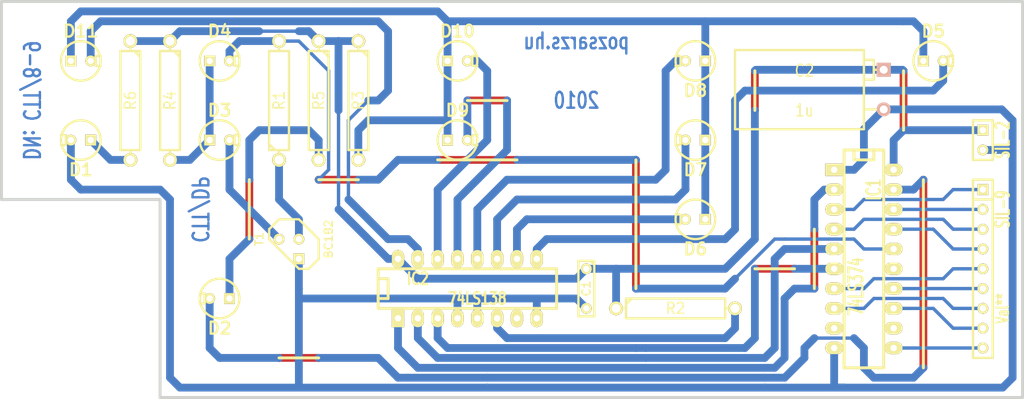
<source format=kicad_pcb>
(kicad_pcb (version 4) (host pcbnew 4.0.5+dfsg1-4+deb9u1)

  (general
    (links 43)
    (no_connects 1)
    (area 86.169499 74.739499 217.360501 125.920501)
    (thickness 1.6)
    (drawings 22)
    (tracks 277)
    (zones 0)
    (modules 24)
    (nets 22)
  )

  (page A4)
  (title_block
    (title "CTT Transistor tester - CTT/DP Display unit")
    (date "24 dec 2010")
    (rev 1.0)
    (company "Pozsar Zsolt")
    (comment 1 "Draw number: CTT/8-9")
  )

  (layers
    (0 F.Cu signal)
    (31 B.Cu signal)
    (32 B.Adhes user)
    (33 F.Adhes user)
    (34 B.Paste user)
    (35 F.Paste user)
    (36 B.SilkS user)
    (37 F.SilkS user)
    (38 B.Mask user)
    (39 F.Mask user)
    (40 Dwgs.User user)
    (41 Cmts.User user)
    (42 Eco1.User user)
    (43 Eco2.User user)
    (44 Edge.Cuts user)
    (45 Margin user)
    (46 B.CrtYd user)
    (47 F.CrtYd user)
    (48 B.Fab user)
    (49 F.Fab user)
  )

  (setup
    (last_trace_width 1.00076)
    (trace_clearance 0)
    (zone_clearance 0.381)
    (zone_45_only no)
    (trace_min 0.2)
    (segment_width 0.381)
    (edge_width 0.381)
    (via_size 1.00076)
    (via_drill 0)
    (via_min_size 0.4)
    (via_min_drill 0.3)
    (uvia_size 0.3)
    (uvia_drill 0.1)
    (uvias_allowed no)
    (uvia_min_size 0.2)
    (uvia_min_drill 0.1)
    (pcb_text_width 0.3048)
    (pcb_text_size 1.524 2.032)
    (mod_edge_width 0.381)
    (mod_text_size 1.524 1.524)
    (mod_text_width 0.3048)
    (pad_size 1.524 1.524)
    (pad_drill 0.8128)
    (pad_to_mask_clearance 0.2)
    (aux_axis_origin 0 0)
    (visible_elements 7FFFFFFF)
    (pcbplotparams
      (layerselection 0x010e0_80000001)
      (usegerberextensions false)
      (excludeedgelayer false)
      (linewidth 0.100000)
      (plotframeref false)
      (viasonmask false)
      (mode 1)
      (useauxorigin false)
      (hpglpennumber 1)
      (hpglpenspeed 20)
      (hpglpendiameter 15)
      (hpglpenoverlay 2)
      (psnegative false)
      (psa4output false)
      (plotreference true)
      (plotvalue false)
      (plotinvisibletext false)
      (padsonsilk false)
      (subtractmaskfromsilk false)
      (outputformat 1)
      (mirror false)
      (drillshape 0)
      (scaleselection 1)
      (outputdirectory ""))
  )

  (net 0 "")
  (net 1 N-000019)
  (net 2 N-000010)
  (net 3 N-000020)
  (net 4 GND)
  (net 5 N-000006)
  (net 6 N-000018)
  (net 7 N-000012)
  (net 8 N-000017)
  (net 9 N-000013)
  (net 10 N-000016)
  (net 11 N-000014)
  (net 12 N-000015)
  (net 13 +5V)
  (net 14 N-000008)
  (net 15 N-000023)
  (net 16 N-000011)
  (net 17 N-000021)
  (net 18 N-000022)
  (net 19 N-000009)
  (net 20 N-000005)
  (net 21 N-000007)

  (net_class Default "This is the default net class."
    (clearance 0)
    (trace_width 1.00076)
    (via_dia 1.00076)
    (via_drill 0)
    (uvia_dia 0.3)
    (uvia_drill 0.1)
    (add_net +5V)
    (add_net GND)
    (add_net N-000005)
    (add_net N-000006)
    (add_net N-000007)
    (add_net N-000008)
    (add_net N-000009)
    (add_net N-000010)
    (add_net N-000011)
    (add_net N-000012)
    (add_net N-000013)
    (add_net N-000014)
    (add_net N-000015)
    (add_net N-000016)
    (add_net N-000017)
    (add_net N-000018)
    (add_net N-000019)
    (add_net N-000020)
    (add_net N-000021)
    (add_net N-000022)
    (add_net N-000023)
  )

  (module 16DIP-ELL300 (layer F.Cu) (tedit 200000) (tstamp 4C9494B6)
    (at 146.05 111.76)
    (descr "Module Dil 16 pins, pads elliptiques")
    (tags DIL)
    (fp_text reference IC2 (at -6.35 -1.27) (layer F.SilkS)
      (effects (font (size 1.524 1.143) (thickness 0.3048)))
    )
    (fp_text value 74LS138 (at 1.27 1.27) (layer F.SilkS)
      (effects (font (size 1.524 1.143) (thickness 0.3048)))
    )
    (fp_line (start -11.43 -1.27) (end -11.43 -1.27) (layer F.SilkS) (width 0.381))
    (fp_line (start -11.43 -1.27) (end -10.16 -1.27) (layer F.SilkS) (width 0.381))
    (fp_line (start -10.16 -1.27) (end -10.16 1.27) (layer F.SilkS) (width 0.381))
    (fp_line (start -10.16 1.27) (end -11.43 1.27) (layer F.SilkS) (width 0.381))
    (fp_line (start -11.43 -2.54) (end 11.43 -2.54) (layer F.SilkS) (width 0.381))
    (fp_line (start 11.43 -2.54) (end 11.43 2.54) (layer F.SilkS) (width 0.381))
    (fp_line (start 11.43 2.54) (end -11.43 2.54) (layer F.SilkS) (width 0.381))
    (fp_line (start -11.43 2.54) (end -11.43 -2.54) (layer F.SilkS) (width 0.381))
    (pad 1 thru_hole rect (at -8.89 3.81) (size 1.5748 2.286) (drill 0.8128) (layers *.Cu *.Mask F.SilkS)
      (net 1 N-000019))
    (pad 2 thru_hole oval (at -6.35 3.81) (size 1.5748 2.286) (drill 0.8128) (layers *.Cu *.Mask F.SilkS)
      (net 2 N-000010))
    (pad 3 thru_hole oval (at -3.81 3.81) (size 1.5748 2.286) (drill 0.8128) (layers *.Cu *.Mask F.SilkS)
      (net 3 N-000020))
    (pad 4 thru_hole oval (at -1.27 3.81) (size 1.5748 2.286) (drill 0.8128) (layers *.Cu *.Mask F.SilkS)
      (net 4 GND))
    (pad 5 thru_hole oval (at 1.27 3.81) (size 1.5748 2.286) (drill 0.8128) (layers *.Cu *.Mask F.SilkS)
      (net 4 GND))
    (pad 6 thru_hole oval (at 3.81 3.81) (size 1.5748 2.286) (drill 0.8128) (layers *.Cu *.Mask F.SilkS)
      (net 5 N-000006))
    (pad 7 thru_hole oval (at 6.35 3.81) (size 1.5748 2.286) (drill 0.8128) (layers *.Cu *.Mask F.SilkS))
    (pad 8 thru_hole oval (at 8.89 3.81) (size 1.5748 2.286) (drill 0.8128) (layers *.Cu *.Mask F.SilkS)
      (net 4 GND))
    (pad 9 thru_hole oval (at 8.89 -3.81) (size 1.5748 2.286) (drill 0.8128) (layers *.Cu *.Mask F.SilkS)
      (net 6 N-000018))
    (pad 10 thru_hole oval (at 6.35 -3.81) (size 1.5748 2.286) (drill 0.8128) (layers *.Cu *.Mask F.SilkS)
      (net 7 N-000012))
    (pad 11 thru_hole oval (at 3.81 -3.81) (size 1.5748 2.286) (drill 0.8128) (layers *.Cu *.Mask F.SilkS)
      (net 8 N-000017))
    (pad 12 thru_hole oval (at 1.27 -3.81) (size 1.5748 2.286) (drill 0.8128) (layers *.Cu *.Mask F.SilkS)
      (net 9 N-000013))
    (pad 13 thru_hole oval (at -1.27 -3.81) (size 1.5748 2.286) (drill 0.8128) (layers *.Cu *.Mask F.SilkS)
      (net 10 N-000016))
    (pad 14 thru_hole oval (at -3.81 -3.81) (size 1.5748 2.286) (drill 0.8128) (layers *.Cu *.Mask F.SilkS)
      (net 11 N-000014))
    (pad 15 thru_hole oval (at -6.35 -3.81) (size 1.5748 2.286) (drill 0.8128) (layers *.Cu *.Mask F.SilkS)
      (net 12 N-000015))
    (pad 16 thru_hole oval (at -8.89 -3.81) (size 1.5748 2.286) (drill 0.8128) (layers *.Cu *.Mask F.SilkS)
      (net 13 +5V))
    (model dil/dil_16.wrl
      (at (xyz 0 0 0))
      (scale (xyz 1 1 1))
      (rotate (xyz 0 0 0))
    )
  )

  (module 20DIP-ELL300 (layer F.Cu) (tedit 200000) (tstamp 4C9494A6)
    (at 196.85 107.95 270)
    (descr "Module Dil 20 pins, pads elliptiques")
    (tags DIL)
    (fp_text reference IC1 (at -8.89 -1.27 270) (layer F.SilkS)
      (effects (font (size 1.778 1.143) (thickness 0.3048)))
    )
    (fp_text value 74LS374 (at 3.556 1.016 270) (layer F.SilkS)
      (effects (font (size 1.778 1.143) (thickness 0.3048)))
    )
    (fp_line (start -13.97 -1.27) (end -12.7 -1.27) (layer F.SilkS) (width 0.381))
    (fp_line (start -12.7 -1.27) (end -12.7 1.27) (layer F.SilkS) (width 0.381))
    (fp_line (start -12.7 1.27) (end -13.97 1.27) (layer F.SilkS) (width 0.381))
    (fp_line (start -13.97 -2.54) (end 13.97 -2.54) (layer F.SilkS) (width 0.381))
    (fp_line (start 13.97 -2.54) (end 13.97 2.54) (layer F.SilkS) (width 0.381))
    (fp_line (start 13.97 2.54) (end -13.97 2.54) (layer F.SilkS) (width 0.381))
    (fp_line (start -13.97 2.54) (end -13.97 -2.54) (layer F.SilkS) (width 0.381))
    (pad 1 thru_hole rect (at -11.43 3.81 270) (size 1.5748 2.286) (drill 0.8128) (layers *.Cu *.Mask F.SilkS)
      (net 4 GND))
    (pad 2 thru_hole oval (at -8.89 3.81 270) (size 1.5748 2.286) (drill 0.8128) (layers *.Cu *.Mask F.SilkS)
      (net 1 N-000019))
    (pad 3 thru_hole oval (at -6.35 3.81 270) (size 1.5748 2.286) (drill 0.8128) (layers *.Cu *.Mask F.SilkS))
    (pad 4 thru_hole oval (at -3.81 3.81 270) (size 1.5748 2.286) (drill 0.8128) (layers *.Cu *.Mask F.SilkS))
    (pad 5 thru_hole oval (at -1.27 3.81 270) (size 1.5748 2.286) (drill 0.8128) (layers *.Cu *.Mask F.SilkS)
      (net 2 N-000010))
    (pad 6 thru_hole oval (at 1.27 3.81 270) (size 1.5748 2.286) (drill 0.8128) (layers *.Cu *.Mask F.SilkS)
      (net 3 N-000020))
    (pad 7 thru_hole oval (at 3.81 3.81 270) (size 1.5748 2.286) (drill 0.8128) (layers *.Cu *.Mask F.SilkS))
    (pad 8 thru_hole oval (at 6.35 3.81 270) (size 1.5748 2.286) (drill 0.8128) (layers *.Cu *.Mask F.SilkS))
    (pad 9 thru_hole oval (at 8.89 3.81 270) (size 1.5748 2.286) (drill 0.8128) (layers *.Cu *.Mask F.SilkS))
    (pad 10 thru_hole oval (at 11.43 3.81 270) (size 1.5748 2.286) (drill 0.8128) (layers *.Cu *.Mask F.SilkS)
      (net 4 GND))
    (pad 11 thru_hole oval (at 11.43 -3.81 270) (size 1.5748 2.286) (drill 0.8128) (layers *.Cu *.Mask F.SilkS))
    (pad 12 thru_hole oval (at 8.89 -3.81 270) (size 1.5748 2.286) (drill 0.8128) (layers *.Cu *.Mask F.SilkS))
    (pad 13 thru_hole oval (at 6.35 -3.81 270) (size 1.5748 2.286) (drill 0.8128) (layers *.Cu *.Mask F.SilkS))
    (pad 14 thru_hole oval (at 3.81 -3.81 270) (size 1.5748 2.286) (drill 0.8128) (layers *.Cu *.Mask F.SilkS))
    (pad 15 thru_hole oval (at 1.27 -3.81 270) (size 1.5748 2.286) (drill 0.8128) (layers *.Cu *.Mask F.SilkS))
    (pad 16 thru_hole oval (at -1.27 -3.81 270) (size 1.5748 2.286) (drill 0.8128) (layers *.Cu *.Mask F.SilkS)
      (net 14 N-000008))
    (pad 17 thru_hole oval (at -3.81 -3.81 270) (size 1.5748 2.286) (drill 0.8128) (layers *.Cu *.Mask F.SilkS))
    (pad 18 thru_hole oval (at -6.35 -3.81 270) (size 1.5748 2.286) (drill 0.8128) (layers *.Cu *.Mask F.SilkS))
    (pad 19 thru_hole oval (at -8.89 -3.81 270) (size 1.5748 2.286) (drill 0.8128) (layers *.Cu *.Mask F.SilkS)
      (net 15 N-000023))
    (pad 20 thru_hole oval (at -11.43 -3.81 270) (size 1.5748 2.286) (drill 0.8128) (layers *.Cu *.Mask F.SilkS)
      (net 13 +5V))
    (model dil/dil_20.wrl
      (at (xyz 0 0 0))
      (scale (xyz 1 1 1))
      (rotate (xyz 0 0 0))
    )
  )

  (module C2 (layer F.Cu) (tedit 200000) (tstamp 4C9497A9)
    (at 161.29 111.76 270)
    (descr "Condensateur = 2 pas")
    (tags C)
    (fp_text reference C1 (at 0 0 270) (layer F.SilkS)
      (effects (font (size 1.016 1.016) (thickness 0.2032)))
    )
    (fp_text value 33n (at 0 0 270) (layer F.SilkS) hide
      (effects (font (size 1.016 1.016) (thickness 0.2032)))
    )
    (fp_line (start -3.556 -1.016) (end 3.556 -1.016) (layer F.SilkS) (width 0.3048))
    (fp_line (start 3.556 -1.016) (end 3.556 1.016) (layer F.SilkS) (width 0.3048))
    (fp_line (start 3.556 1.016) (end -3.556 1.016) (layer F.SilkS) (width 0.3048))
    (fp_line (start -3.556 1.016) (end -3.556 -1.016) (layer F.SilkS) (width 0.3048))
    (fp_line (start -3.556 -0.508) (end -3.048 -1.016) (layer F.SilkS) (width 0.3048))
    (pad 1 thru_hole circle (at -2.54 0 270) (size 1.397 1.397) (drill 0.8128) (layers *.Cu *.Mask F.SilkS)
      (net 13 +5V))
    (pad 2 thru_hole circle (at 2.54 0 270) (size 1.397 1.397) (drill 0.8128) (layers *.Cu *.Mask F.SilkS)
      (net 4 GND))
    (model discret/capa_2pas_5x5mm.wrl
      (at (xyz 0 0 0))
      (scale (xyz 1 1 1))
      (rotate (xyz 0 0 0))
    )
  )

  (module CPR10X16 (layer F.Cu) (tedit 416BBCDD) (tstamp 4C9497B8)
    (at 199.39 86.36)
    (descr "Condensateur polarise couche")
    (tags CP)
    (fp_text reference C2 (at -10.16 -2.54) (layer F.SilkS)
      (effects (font (size 1.524 1.27) (thickness 0.2032)))
    )
    (fp_text value 1u (at -10.16 2.54) (layer F.SilkS)
      (effects (font (size 1.524 1.27) (thickness 0.2032)))
    )
    (fp_line (start -2.54 -5.207) (end -19.05 -5.207) (layer F.SilkS) (width 0.3048))
    (fp_line (start -19.05 -5.207) (end -19.05 4.953) (layer F.SilkS) (width 0.3048))
    (fp_line (start -19.05 4.953) (end -2.54 4.953) (layer F.SilkS) (width 0.3048))
    (fp_line (start -2.54 4.953) (end -2.54 -5.207) (layer F.SilkS) (width 0.3048))
    (fp_line (start -2.54 -3.937) (end -1.27 -3.937) (layer F.SilkS) (width 0.3048))
    (fp_line (start -1.27 -3.937) (end -1.27 -1.397) (layer F.SilkS) (width 0.3048))
    (fp_line (start -1.27 -1.397) (end -2.54 -1.397) (layer F.SilkS) (width 0.3048))
    (fp_line (start -1.27 -2.667) (end 0 -2.667) (layer F.SilkS) (width 0.3048))
    (fp_line (start -2.54 2.413) (end 0 2.413) (layer F.SilkS) (width 0.3048))
    (pad 1 thru_hole rect (at 0 -2.667) (size 1.778 1.778) (drill 1.016) (layers *.Cu *.SilkS *.Mask)
      (net 13 +5V))
    (pad 2 thru_hole circle (at 0 2.413) (size 1.778 1.778) (drill 1.016) (layers *.Cu *.SilkS *.Mask)
      (net 4 GND))
    (model discret/c_horiz_c2v10.wrl
      (at (xyz 0 0 0))
      (scale (xyz 1 1 1))
      (rotate (xyz 0 0 0))
    )
  )

  (module LEDV (layer F.Cu) (tedit 200000) (tstamp 4C94951C)
    (at 96.52 82.55)
    (descr "Led verticale diam 6mm")
    (tags "LED DEV")
    (fp_text reference D11 (at 0 -3.81) (layer F.SilkS)
      (effects (font (thickness 0.3048)))
    )
    (fp_text value LED (at 0 -3.81) (layer F.SilkS) hide
      (effects (font (thickness 0.3048)))
    )
    (fp_circle (center 0 0) (end -2.54 0) (layer F.SilkS) (width 0.3048))
    (fp_line (start 2.54 -0.635) (end 1.905 -0.635) (layer F.SilkS) (width 0.3048))
    (fp_line (start 1.905 -0.635) (end 1.905 0.635) (layer F.SilkS) (width 0.3048))
    (fp_line (start 1.905 0.635) (end 2.54 0.635) (layer F.SilkS) (width 0.3048))
    (pad 1 thru_hole rect (at -1.27 0) (size 1.397 1.397) (drill 0.8128) (layers *.Cu *.Mask F.SilkS)
      (net 16 N-000011))
    (pad 2 thru_hole circle (at 1.27 0) (size 1.397 1.397) (drill 0.8128) (layers *.Cu *.Mask F.SilkS)
      (net 12 N-000015))
    (model discret/led5_vertical.wrl
      (at (xyz 0 0 0))
      (scale (xyz 1 1 1))
      (rotate (xyz 0 0 0))
    )
  )

  (module LEDV (layer F.Cu) (tedit 200000) (tstamp 4C94951D)
    (at 144.78 82.55)
    (descr "Led verticale diam 6mm")
    (tags "LED DEV")
    (fp_text reference D10 (at 0 -3.81) (layer F.SilkS)
      (effects (font (thickness 0.3048)))
    )
    (fp_text value LED (at 0 -3.81) (layer F.SilkS) hide
      (effects (font (thickness 0.3048)))
    )
    (fp_circle (center 0 0) (end -2.54 0) (layer F.SilkS) (width 0.3048))
    (fp_line (start 2.54 -0.635) (end 1.905 -0.635) (layer F.SilkS) (width 0.3048))
    (fp_line (start 1.905 -0.635) (end 1.905 0.635) (layer F.SilkS) (width 0.3048))
    (fp_line (start 1.905 0.635) (end 2.54 0.635) (layer F.SilkS) (width 0.3048))
    (pad 1 thru_hole rect (at -1.27 0) (size 1.397 1.397) (drill 0.8128) (layers *.Cu *.Mask F.SilkS)
      (net 16 N-000011))
    (pad 2 thru_hole circle (at 1.27 0) (size 1.397 1.397) (drill 0.8128) (layers *.Cu *.Mask F.SilkS)
      (net 11 N-000014))
    (model discret/led5_vertical.wrl
      (at (xyz 0 0 0))
      (scale (xyz 1 1 1))
      (rotate (xyz 0 0 0))
    )
  )

  (module LEDV (layer F.Cu) (tedit 200000) (tstamp 4C949511)
    (at 144.78 92.71)
    (descr "Led verticale diam 6mm")
    (tags "LED DEV")
    (fp_text reference D9 (at 0 -3.81) (layer F.SilkS)
      (effects (font (thickness 0.3048)))
    )
    (fp_text value LED (at 0 -3.81) (layer F.SilkS) hide
      (effects (font (thickness 0.3048)))
    )
    (fp_circle (center 0 0) (end -2.54 0) (layer F.SilkS) (width 0.3048))
    (fp_line (start 2.54 -0.635) (end 1.905 -0.635) (layer F.SilkS) (width 0.3048))
    (fp_line (start 1.905 -0.635) (end 1.905 0.635) (layer F.SilkS) (width 0.3048))
    (fp_line (start 1.905 0.635) (end 2.54 0.635) (layer F.SilkS) (width 0.3048))
    (pad 1 thru_hole rect (at -1.27 0) (size 1.397 1.397) (drill 0.8128) (layers *.Cu *.Mask F.SilkS)
      (net 16 N-000011))
    (pad 2 thru_hole circle (at 1.27 0) (size 1.397 1.397) (drill 0.8128) (layers *.Cu *.Mask F.SilkS)
      (net 10 N-000016))
    (model discret/led5_vertical.wrl
      (at (xyz 0 0 0))
      (scale (xyz 1 1 1))
      (rotate (xyz 0 0 0))
    )
  )

  (module LEDV (layer F.Cu) (tedit 200000) (tstamp 4C9494F2)
    (at 175.26 82.55 180)
    (descr "Led verticale diam 6mm")
    (tags "LED DEV")
    (fp_text reference D8 (at 0 -3.81 180) (layer F.SilkS)
      (effects (font (thickness 0.3048)))
    )
    (fp_text value LED (at 0 -3.81 180) (layer F.SilkS) hide
      (effects (font (thickness 0.3048)))
    )
    (fp_circle (center 0 0) (end -2.54 0) (layer F.SilkS) (width 0.3048))
    (fp_line (start 2.54 -0.635) (end 1.905 -0.635) (layer F.SilkS) (width 0.3048))
    (fp_line (start 1.905 -0.635) (end 1.905 0.635) (layer F.SilkS) (width 0.3048))
    (fp_line (start 1.905 0.635) (end 2.54 0.635) (layer F.SilkS) (width 0.3048))
    (pad 1 thru_hole rect (at -1.27 0 180) (size 1.397 1.397) (drill 0.8128) (layers *.Cu *.Mask F.SilkS)
      (net 16 N-000011))
    (pad 2 thru_hole circle (at 1.27 0 180) (size 1.397 1.397) (drill 0.8128) (layers *.Cu *.Mask F.SilkS)
      (net 9 N-000013))
    (model discret/led5_vertical.wrl
      (at (xyz 0 0 0))
      (scale (xyz 1 1 1))
      (rotate (xyz 0 0 0))
    )
  )

  (module LEDV (layer F.Cu) (tedit 200000) (tstamp 4C949510)
    (at 175.26 92.71 180)
    (descr "Led verticale diam 6mm")
    (tags "LED DEV")
    (fp_text reference D7 (at 0 -3.81 180) (layer F.SilkS)
      (effects (font (thickness 0.3048)))
    )
    (fp_text value LED (at 0 -3.81 180) (layer F.SilkS) hide
      (effects (font (thickness 0.3048)))
    )
    (fp_circle (center 0 0) (end -2.54 0) (layer F.SilkS) (width 0.3048))
    (fp_line (start 2.54 -0.635) (end 1.905 -0.635) (layer F.SilkS) (width 0.3048))
    (fp_line (start 1.905 -0.635) (end 1.905 0.635) (layer F.SilkS) (width 0.3048))
    (fp_line (start 1.905 0.635) (end 2.54 0.635) (layer F.SilkS) (width 0.3048))
    (pad 1 thru_hole rect (at -1.27 0 180) (size 1.397 1.397) (drill 0.8128) (layers *.Cu *.Mask F.SilkS)
      (net 16 N-000011))
    (pad 2 thru_hole circle (at 1.27 0 180) (size 1.397 1.397) (drill 0.8128) (layers *.Cu *.Mask F.SilkS)
      (net 8 N-000017))
    (model discret/led5_vertical.wrl
      (at (xyz 0 0 0))
      (scale (xyz 1 1 1))
      (rotate (xyz 0 0 0))
    )
  )

  (module LEDV (layer F.Cu) (tedit 200000) (tstamp 4C949518)
    (at 175.26 102.87 180)
    (descr "Led verticale diam 6mm")
    (tags "LED DEV")
    (fp_text reference D6 (at 0 -3.81 180) (layer F.SilkS)
      (effects (font (thickness 0.3048)))
    )
    (fp_text value LED (at 0 -3.81 180) (layer F.SilkS) hide
      (effects (font (thickness 0.3048)))
    )
    (fp_circle (center 0 0) (end -2.54 0) (layer F.SilkS) (width 0.3048))
    (fp_line (start 2.54 -0.635) (end 1.905 -0.635) (layer F.SilkS) (width 0.3048))
    (fp_line (start 1.905 -0.635) (end 1.905 0.635) (layer F.SilkS) (width 0.3048))
    (fp_line (start 1.905 0.635) (end 2.54 0.635) (layer F.SilkS) (width 0.3048))
    (pad 1 thru_hole rect (at -1.27 0 180) (size 1.397 1.397) (drill 0.8128) (layers *.Cu *.Mask F.SilkS)
      (net 16 N-000011))
    (pad 2 thru_hole circle (at 1.27 0 180) (size 1.397 1.397) (drill 0.8128) (layers *.Cu *.Mask F.SilkS)
      (net 7 N-000012))
    (model discret/led5_vertical.wrl
      (at (xyz 0 0 0))
      (scale (xyz 1 1 1))
      (rotate (xyz 0 0 0))
    )
  )

  (module LEDV (layer F.Cu) (tedit 200000) (tstamp 4C9494EF)
    (at 205.74 82.55)
    (descr "Led verticale diam 6mm")
    (tags "LED DEV")
    (fp_text reference D5 (at 0 -3.81) (layer F.SilkS)
      (effects (font (thickness 0.3048)))
    )
    (fp_text value LED (at 0 -3.81) (layer F.SilkS) hide
      (effects (font (thickness 0.3048)))
    )
    (fp_circle (center 0 0) (end -2.54 0) (layer F.SilkS) (width 0.3048))
    (fp_line (start 2.54 -0.635) (end 1.905 -0.635) (layer F.SilkS) (width 0.3048))
    (fp_line (start 1.905 -0.635) (end 1.905 0.635) (layer F.SilkS) (width 0.3048))
    (fp_line (start 1.905 0.635) (end 2.54 0.635) (layer F.SilkS) (width 0.3048))
    (pad 1 thru_hole rect (at -1.27 0) (size 1.397 1.397) (drill 0.8128) (layers *.Cu *.Mask F.SilkS)
      (net 16 N-000011))
    (pad 2 thru_hole circle (at 1.27 0) (size 1.397 1.397) (drill 0.8128) (layers *.Cu *.Mask F.SilkS)
      (net 6 N-000018))
    (model discret/led5_vertical.wrl
      (at (xyz 0 0 0))
      (scale (xyz 1 1 1))
      (rotate (xyz 0 0 0))
    )
  )

  (module LEDV (layer F.Cu) (tedit 200000) (tstamp 4C94950F)
    (at 114.3 82.55)
    (descr "Led verticale diam 6mm")
    (tags "LED DEV")
    (fp_text reference D4 (at 0 -3.81) (layer F.SilkS)
      (effects (font (thickness 0.3048)))
    )
    (fp_text value LED (at 0 -3.81) (layer F.SilkS) hide
      (effects (font (thickness 0.3048)))
    )
    (fp_circle (center 0 0) (end -2.54 0) (layer F.SilkS) (width 0.3048))
    (fp_line (start 2.54 -0.635) (end 1.905 -0.635) (layer F.SilkS) (width 0.3048))
    (fp_line (start 1.905 -0.635) (end 1.905 0.635) (layer F.SilkS) (width 0.3048))
    (fp_line (start 1.905 0.635) (end 2.54 0.635) (layer F.SilkS) (width 0.3048))
    (pad 1 thru_hole rect (at -1.27 0) (size 1.397 1.397) (drill 0.8128) (layers *.Cu *.Mask F.SilkS)
      (net 17 N-000021))
    (pad 2 thru_hole circle (at 1.27 0) (size 1.397 1.397) (drill 0.8128) (layers *.Cu *.Mask F.SilkS)
      (net 14 N-000008))
    (model discret/led5_vertical.wrl
      (at (xyz 0 0 0))
      (scale (xyz 1 1 1))
      (rotate (xyz 0 0 0))
    )
  )

  (module LEDV (layer F.Cu) (tedit 200000) (tstamp 4C94951A)
    (at 114.3 92.71)
    (descr "Led verticale diam 6mm")
    (tags "LED DEV")
    (fp_text reference D3 (at 0 -3.81) (layer F.SilkS)
      (effects (font (thickness 0.3048)))
    )
    (fp_text value LED (at 0 -3.81) (layer F.SilkS) hide
      (effects (font (thickness 0.3048)))
    )
    (fp_circle (center 0 0) (end -2.54 0) (layer F.SilkS) (width 0.3048))
    (fp_line (start 2.54 -0.635) (end 1.905 -0.635) (layer F.SilkS) (width 0.3048))
    (fp_line (start 1.905 -0.635) (end 1.905 0.635) (layer F.SilkS) (width 0.3048))
    (fp_line (start 1.905 0.635) (end 2.54 0.635) (layer F.SilkS) (width 0.3048))
    (pad 1 thru_hole rect (at -1.27 0) (size 1.397 1.397) (drill 0.8128) (layers *.Cu *.Mask F.SilkS)
      (net 17 N-000021))
    (pad 2 thru_hole circle (at 1.27 0) (size 1.397 1.397) (drill 0.8128) (layers *.Cu *.Mask F.SilkS)
      (net 18 N-000022))
    (model discret/led5_vertical.wrl
      (at (xyz 0 0 0))
      (scale (xyz 1 1 1))
      (rotate (xyz 0 0 0))
    )
  )

  (module LEDV (layer F.Cu) (tedit 200000) (tstamp 4C949519)
    (at 114.3 113.03 180)
    (descr "Led verticale diam 6mm")
    (tags "LED DEV")
    (fp_text reference D2 (at 0 -3.81 180) (layer F.SilkS)
      (effects (font (thickness 0.3048)))
    )
    (fp_text value LED (at 0 -3.81 180) (layer F.SilkS) hide
      (effects (font (thickness 0.3048)))
    )
    (fp_circle (center 0 0) (end -2.54 0) (layer F.SilkS) (width 0.3048))
    (fp_line (start 2.54 -0.635) (end 1.905 -0.635) (layer F.SilkS) (width 0.3048))
    (fp_line (start 1.905 -0.635) (end 1.905 0.635) (layer F.SilkS) (width 0.3048))
    (fp_line (start 1.905 0.635) (end 2.54 0.635) (layer F.SilkS) (width 0.3048))
    (pad 1 thru_hole rect (at -1.27 0 180) (size 1.397 1.397) (drill 0.8128) (layers *.Cu *.Mask F.SilkS)
      (net 19 N-000009))
    (pad 2 thru_hole circle (at 1.27 0 180) (size 1.397 1.397) (drill 0.8128) (layers *.Cu *.Mask F.SilkS)
      (net 15 N-000023))
    (model discret/led5_vertical.wrl
      (at (xyz 0 0 0))
      (scale (xyz 1 1 1))
      (rotate (xyz 0 0 0))
    )
  )

  (module LEDV (layer F.Cu) (tedit 200000) (tstamp 4C9494E6)
    (at 96.52 92.71 180)
    (descr "Led verticale diam 6mm")
    (tags "LED DEV")
    (fp_text reference D1 (at 0 -3.81 180) (layer F.SilkS)
      (effects (font (thickness 0.3048)))
    )
    (fp_text value LED (at 0 -3.81 180) (layer F.SilkS) hide
      (effects (font (thickness 0.3048)))
    )
    (fp_circle (center 0 0) (end -2.54 0) (layer F.SilkS) (width 0.3048))
    (fp_line (start 2.54 -0.635) (end 1.905 -0.635) (layer F.SilkS) (width 0.3048))
    (fp_line (start 1.905 -0.635) (end 1.905 0.635) (layer F.SilkS) (width 0.3048))
    (fp_line (start 1.905 0.635) (end 2.54 0.635) (layer F.SilkS) (width 0.3048))
    (pad 1 thru_hole rect (at -1.27 0 180) (size 1.397 1.397) (drill 0.8128) (layers *.Cu *.Mask F.SilkS)
      (net 20 N-000005))
    (pad 2 thru_hole circle (at 1.27 0 180) (size 1.397 1.397) (drill 0.8128) (layers *.Cu *.Mask F.SilkS)
      (net 4 GND))
    (model discret/led5_vertical.wrl
      (at (xyz 0 0 0))
      (scale (xyz 1 1 1))
      (rotate (xyz 0 0 0))
    )
  )

  (module R6 (layer F.Cu) (tedit 200000) (tstamp 4C9496D3)
    (at 102.87 87.63 270)
    (descr "Resistance 6 pas")
    (tags R)
    (autoplace_cost180 10)
    (fp_text reference R6 (at 0 0 270) (layer F.SilkS)
      (effects (font (size 1.397 1.27) (thickness 0.2032)))
    )
    (fp_text value 330 (at 0.254 0 270) (layer F.SilkS) hide
      (effects (font (size 1.397 1.27) (thickness 0.2032)))
    )
    (fp_line (start -6.35 -1.27) (end 6.35 -1.27) (layer F.SilkS) (width 0.3048))
    (fp_line (start 6.35 -1.27) (end 6.35 1.27) (layer F.SilkS) (width 0.3048))
    (fp_line (start 6.35 1.27) (end -6.35 1.27) (layer F.SilkS) (width 0.3048))
    (fp_line (start 6.35 0) (end 7.62 0) (layer F.SilkS) (width 0.3048))
    (fp_line (start -7.62 0) (end -6.35 0) (layer F.SilkS) (width 0.3048))
    (fp_line (start -6.35 -0.508) (end -5.588 -1.27) (layer F.SilkS) (width 0.3048))
    (fp_line (start -6.35 -1.27) (end -6.35 1.27) (layer F.SilkS) (width 0.3048))
    (pad 1 thru_hole circle (at -7.62 0 270) (size 1.778 1.778) (drill 1.143) (layers *.Cu *.Mask F.SilkS)
      (net 13 +5V))
    (pad 2 thru_hole circle (at 7.62 0 270) (size 1.778 1.778) (drill 1.143) (layers *.Cu *.Mask F.SilkS)
      (net 20 N-000005))
    (model discret/resistor.wrl
      (at (xyz 0 0 0))
      (scale (xyz 0.6 0.6 0.6))
      (rotate (xyz 0 0 0))
    )
  )

  (module R6 (layer F.Cu) (tedit 200000) (tstamp 4C949659)
    (at 127 87.63 270)
    (descr "Resistance 6 pas")
    (tags R)
    (autoplace_cost180 10)
    (fp_text reference R5 (at 0 0 270) (layer F.SilkS)
      (effects (font (size 1.397 1.27) (thickness 0.2032)))
    )
    (fp_text value 330 (at 0.254 0 270) (layer F.SilkS) hide
      (effects (font (size 1.397 1.27) (thickness 0.2032)))
    )
    (fp_line (start -6.35 -1.27) (end 6.35 -1.27) (layer F.SilkS) (width 0.3048))
    (fp_line (start 6.35 -1.27) (end 6.35 1.27) (layer F.SilkS) (width 0.3048))
    (fp_line (start 6.35 1.27) (end -6.35 1.27) (layer F.SilkS) (width 0.3048))
    (fp_line (start 6.35 0) (end 7.62 0) (layer F.SilkS) (width 0.3048))
    (fp_line (start -7.62 0) (end -6.35 0) (layer F.SilkS) (width 0.3048))
    (fp_line (start -6.35 -0.508) (end -5.588 -1.27) (layer F.SilkS) (width 0.3048))
    (fp_line (start -6.35 -1.27) (end -6.35 1.27) (layer F.SilkS) (width 0.3048))
    (pad 1 thru_hole circle (at -7.62 0 270) (size 1.778 1.778) (drill 1.143) (layers *.Cu *.Mask F.SilkS)
      (net 13 +5V))
    (pad 2 thru_hole circle (at 7.62 0 270) (size 1.778 1.778) (drill 1.143) (layers *.Cu *.Mask F.SilkS)
      (net 19 N-000009))
    (model discret/resistor.wrl
      (at (xyz 0 0 0))
      (scale (xyz 0.6 0.6 0.6))
      (rotate (xyz 0 0 0))
    )
  )

  (module R6 (layer F.Cu) (tedit 200000) (tstamp 4C949664)
    (at 107.95 87.63 270)
    (descr "Resistance 6 pas")
    (tags R)
    (autoplace_cost180 10)
    (fp_text reference R4 (at 0 0 270) (layer F.SilkS)
      (effects (font (size 1.397 1.27) (thickness 0.2032)))
    )
    (fp_text value 330 (at 0.254 0 270) (layer F.SilkS) hide
      (effects (font (size 1.397 1.27) (thickness 0.2032)))
    )
    (fp_line (start -6.35 -1.27) (end 6.35 -1.27) (layer F.SilkS) (width 0.3048))
    (fp_line (start 6.35 -1.27) (end 6.35 1.27) (layer F.SilkS) (width 0.3048))
    (fp_line (start 6.35 1.27) (end -6.35 1.27) (layer F.SilkS) (width 0.3048))
    (fp_line (start 6.35 0) (end 7.62 0) (layer F.SilkS) (width 0.3048))
    (fp_line (start -7.62 0) (end -6.35 0) (layer F.SilkS) (width 0.3048))
    (fp_line (start -6.35 -0.508) (end -5.588 -1.27) (layer F.SilkS) (width 0.3048))
    (fp_line (start -6.35 -1.27) (end -6.35 1.27) (layer F.SilkS) (width 0.3048))
    (pad 1 thru_hole circle (at -7.62 0 270) (size 1.778 1.778) (drill 1.143) (layers *.Cu *.Mask F.SilkS)
      (net 13 +5V))
    (pad 2 thru_hole circle (at 7.62 0 270) (size 1.778 1.778) (drill 1.143) (layers *.Cu *.Mask F.SilkS)
      (net 17 N-000021))
    (model discret/resistor.wrl
      (at (xyz 0 0 0))
      (scale (xyz 0.6 0.6 0.6))
      (rotate (xyz 0 0 0))
    )
  )

  (module R6 (layer F.Cu) (tedit 200000) (tstamp 4C949640)
    (at 132.08 87.63 270)
    (descr "Resistance 6 pas")
    (tags R)
    (autoplace_cost180 10)
    (fp_text reference R3 (at 0 0 270) (layer F.SilkS)
      (effects (font (size 1.397 1.27) (thickness 0.2032)))
    )
    (fp_text value 330 (at 0.254 0 270) (layer F.SilkS) hide
      (effects (font (size 1.397 1.27) (thickness 0.2032)))
    )
    (fp_line (start -6.35 -1.27) (end 6.35 -1.27) (layer F.SilkS) (width 0.3048))
    (fp_line (start 6.35 -1.27) (end 6.35 1.27) (layer F.SilkS) (width 0.3048))
    (fp_line (start 6.35 1.27) (end -6.35 1.27) (layer F.SilkS) (width 0.3048))
    (fp_line (start 6.35 0) (end 7.62 0) (layer F.SilkS) (width 0.3048))
    (fp_line (start -7.62 0) (end -6.35 0) (layer F.SilkS) (width 0.3048))
    (fp_line (start -6.35 -0.508) (end -5.588 -1.27) (layer F.SilkS) (width 0.3048))
    (fp_line (start -6.35 -1.27) (end -6.35 1.27) (layer F.SilkS) (width 0.3048))
    (pad 1 thru_hole circle (at -7.62 0 270) (size 1.778 1.778) (drill 1.143) (layers *.Cu *.Mask F.SilkS)
      (net 13 +5V))
    (pad 2 thru_hole circle (at 7.62 0 270) (size 1.778 1.778) (drill 1.143) (layers *.Cu *.Mask F.SilkS)
      (net 16 N-000011))
    (model discret/resistor.wrl
      (at (xyz 0 0 0))
      (scale (xyz 0.6 0.6 0.6))
      (rotate (xyz 0 0 0))
    )
  )

  (module R6 (layer F.Cu) (tedit 200000) (tstamp 4C949750)
    (at 172.72 114.3)
    (descr "Resistance 6 pas")
    (tags R)
    (autoplace_cost180 10)
    (fp_text reference R2 (at 0 0) (layer F.SilkS)
      (effects (font (size 1.397 1.27) (thickness 0.2032)))
    )
    (fp_text value 1k (at 0.254 0) (layer F.SilkS) hide
      (effects (font (size 1.397 1.27) (thickness 0.2032)))
    )
    (fp_line (start -6.35 -1.27) (end 6.35 -1.27) (layer F.SilkS) (width 0.3048))
    (fp_line (start 6.35 -1.27) (end 6.35 1.27) (layer F.SilkS) (width 0.3048))
    (fp_line (start 6.35 1.27) (end -6.35 1.27) (layer F.SilkS) (width 0.3048))
    (fp_line (start 6.35 0) (end 7.62 0) (layer F.SilkS) (width 0.3048))
    (fp_line (start -7.62 0) (end -6.35 0) (layer F.SilkS) (width 0.3048))
    (fp_line (start -6.35 -0.508) (end -5.588 -1.27) (layer F.SilkS) (width 0.3048))
    (fp_line (start -6.35 -1.27) (end -6.35 1.27) (layer F.SilkS) (width 0.3048))
    (pad 1 thru_hole circle (at -7.62 0) (size 1.778 1.778) (drill 1.143) (layers *.Cu *.Mask F.SilkS)
      (net 13 +5V))
    (pad 2 thru_hole circle (at 7.62 0) (size 1.778 1.778) (drill 1.143) (layers *.Cu *.Mask F.SilkS)
      (net 5 N-000006))
    (model discret/resistor.wrl
      (at (xyz 0 0 0))
      (scale (xyz 0.6 0.6 0.6))
      (rotate (xyz 0 0 0))
    )
  )

  (module R6 (layer F.Cu) (tedit 200000) (tstamp 4C949655)
    (at 121.92 87.63 90)
    (descr "Resistance 6 pas")
    (tags R)
    (autoplace_cost180 10)
    (fp_text reference R1 (at 0 0 90) (layer F.SilkS)
      (effects (font (size 1.397 1.27) (thickness 0.2032)))
    )
    (fp_text value 1k (at 0.254 0 90) (layer F.SilkS) hide
      (effects (font (size 1.397 1.27) (thickness 0.2032)))
    )
    (fp_line (start -6.35 -1.27) (end 6.35 -1.27) (layer F.SilkS) (width 0.3048))
    (fp_line (start 6.35 -1.27) (end 6.35 1.27) (layer F.SilkS) (width 0.3048))
    (fp_line (start 6.35 1.27) (end -6.35 1.27) (layer F.SilkS) (width 0.3048))
    (fp_line (start 6.35 0) (end 7.62 0) (layer F.SilkS) (width 0.3048))
    (fp_line (start -7.62 0) (end -6.35 0) (layer F.SilkS) (width 0.3048))
    (fp_line (start -6.35 -0.508) (end -5.588 -1.27) (layer F.SilkS) (width 0.3048))
    (fp_line (start -6.35 -1.27) (end -6.35 1.27) (layer F.SilkS) (width 0.3048))
    (pad 1 thru_hole circle (at -7.62 0 90) (size 1.778 1.778) (drill 1.143) (layers *.Cu *.Mask F.SilkS)
      (net 21 N-000007))
    (pad 2 thru_hole circle (at 7.62 0 90) (size 1.778 1.778) (drill 1.143) (layers *.Cu *.Mask F.SilkS)
      (net 14 N-000008))
    (model discret/resistor.wrl
      (at (xyz 0 0 0))
      (scale (xyz 0.6 0.6 0.6))
      (rotate (xyz 0 0 0))
    )
  )

  (module TO92 (layer F.Cu) (tedit 443CFFD1) (tstamp 4C94963A)
    (at 123.19 106.68 270)
    (descr "Transistor TO92 brochage type BC237")
    (tags "TR TO92")
    (fp_text reference T1 (at -1.27 3.81 270) (layer F.SilkS)
      (effects (font (size 1.016 1.016) (thickness 0.2032)))
    )
    (fp_text value BC182 (at -1.27 -5.08 270) (layer F.SilkS)
      (effects (font (size 1.016 1.016) (thickness 0.2032)))
    )
    (fp_line (start -1.27 2.54) (end 2.54 -1.27) (layer F.SilkS) (width 0.3048))
    (fp_line (start 2.54 -1.27) (end 2.54 -2.54) (layer F.SilkS) (width 0.3048))
    (fp_line (start 2.54 -2.54) (end 1.27 -3.81) (layer F.SilkS) (width 0.3048))
    (fp_line (start 1.27 -3.81) (end -1.27 -3.81) (layer F.SilkS) (width 0.3048))
    (fp_line (start -1.27 -3.81) (end -3.81 -1.27) (layer F.SilkS) (width 0.3048))
    (fp_line (start -3.81 -1.27) (end -3.81 1.27) (layer F.SilkS) (width 0.3048))
    (fp_line (start -3.81 1.27) (end -2.54 2.54) (layer F.SilkS) (width 0.3048))
    (fp_line (start -2.54 2.54) (end -1.27 2.54) (layer F.SilkS) (width 0.3048))
    (pad 1 thru_hole rect (at 1.27 -1.27 270) (size 1.397 1.397) (drill 0.8128) (layers *.Cu *.Mask F.SilkS)
      (net 4 GND))
    (pad 2 thru_hole circle (at -1.27 -1.27 270) (size 1.397 1.397) (drill 0.8128) (layers *.Cu *.Mask F.SilkS)
      (net 21 N-000007))
    (pad 3 thru_hole circle (at -1.27 1.27 270) (size 1.397 1.397) (drill 0.8128) (layers *.Cu *.Mask F.SilkS)
      (net 18 N-000022))
    (model discret/to98.wrl
      (at (xyz 0 0 0))
      (scale (xyz 1 1 1))
      (rotate (xyz 0 0 0))
    )
  )

  (module SIL-9 (layer F.Cu) (tedit 200000) (tstamp 4C94D353)
    (at 212.09 109.22 270)
    (descr "Connecteur 9 pins")
    (tags "CONN DEV")
    (fp_text reference SIL-9 (at -7.62 -2.54 270) (layer F.SilkS)
      (effects (font (size 1.72974 1.08712) (thickness 0.3048)))
    )
    (fp_text value Val** (at 5.08 -2.54 270) (layer F.SilkS)
      (effects (font (size 1.524 1.016) (thickness 0.3048)))
    )
    (fp_line (start 11.43 -1.27) (end 11.43 1.27) (layer F.SilkS) (width 0.3048))
    (fp_line (start 11.43 1.27) (end -11.43 1.27) (layer F.SilkS) (width 0.3048))
    (fp_line (start -11.43 1.27) (end -11.43 -1.27) (layer F.SilkS) (width 0.3048))
    (fp_line (start 11.43 -1.27) (end -11.43 -1.27) (layer F.SilkS) (width 0.3048))
    (fp_line (start -8.89 -1.27) (end -8.89 1.27) (layer F.SilkS) (width 0.3048))
    (pad 1 thru_hole rect (at -10.16 0 270) (size 1.397 1.397) (drill 0.8128) (layers *.Cu *.Mask F.SilkS))
    (pad 2 thru_hole circle (at -7.62 0 270) (size 1.397 1.397) (drill 0.8128) (layers *.Cu *.Mask F.SilkS))
    (pad 3 thru_hole circle (at -5.08 0 270) (size 1.397 1.397) (drill 0.8128) (layers *.Cu *.Mask F.SilkS))
    (pad 4 thru_hole circle (at -2.54 0 270) (size 1.397 1.397) (drill 0.8128) (layers *.Cu *.Mask F.SilkS))
    (pad 5 thru_hole circle (at 0 0 270) (size 1.397 1.397) (drill 0.8128) (layers *.Cu *.Mask F.SilkS))
    (pad 6 thru_hole circle (at 2.54 0 270) (size 1.397 1.397) (drill 0.8128) (layers *.Cu *.Mask F.SilkS))
    (pad 7 thru_hole circle (at 5.08 0 270) (size 1.397 1.397) (drill 0.8128) (layers *.Cu *.Mask F.SilkS))
    (pad 8 thru_hole circle (at 7.62 0 270) (size 1.397 1.397) (drill 0.8128) (layers *.Cu *.Mask F.SilkS))
    (pad 9 thru_hole circle (at 10.16 0 270) (size 1.397 1.397) (drill 0.8128) (layers *.Cu *.Mask F.SilkS))
  )

  (module SIL-2 (layer F.Cu) (tedit 200000) (tstamp 4C94D8A7)
    (at 212.09 92.71 270)
    (descr "Connecteurs 2 pins")
    (tags "CONN DEV")
    (fp_text reference SIL-2 (at 0 -2.54 270) (layer F.SilkS)
      (effects (font (size 1.72974 1.08712) (thickness 0.3048)))
    )
    (fp_text value Val** (at 0 -2.54 270) (layer F.SilkS) hide
      (effects (font (size 1.524 1.016) (thickness 0.3048)))
    )
    (fp_line (start -2.54 1.27) (end -2.54 -1.27) (layer F.SilkS) (width 0.3048))
    (fp_line (start -2.54 -1.27) (end 2.54 -1.27) (layer F.SilkS) (width 0.3048))
    (fp_line (start 2.54 -1.27) (end 2.54 1.27) (layer F.SilkS) (width 0.3048))
    (fp_line (start 2.54 1.27) (end -2.54 1.27) (layer F.SilkS) (width 0.3048))
    (pad 1 thru_hole rect (at -1.27 0 270) (size 1.397 1.397) (drill 0.8128) (layers *.Cu *.Mask F.SilkS))
    (pad 2 thru_hole circle (at 1.27 0 270) (size 1.397 1.397) (drill 0.8128) (layers *.Cu *.Mask F.SilkS))
  )

  (gr_line (start 182.88 83.82) (end 182.88 88.9) (angle 90) (layer F.SilkS) (width 0.381))
  (gr_line (start 201.93 83.82) (end 201.93 91.44) (angle 90) (layer F.SilkS) (width 0.381))
  (gr_line (start 204.47 97.79) (end 204.47 121.92) (angle 90) (layer F.SilkS) (width 0.381))
  (gr_line (start 190.5 104.14) (end 190.5 111.76) (angle 90) (layer F.SilkS) (width 0.381))
  (gr_line (start 182.88 109.22) (end 187.96 109.22) (angle 90) (layer F.SilkS) (width 0.381))
  (gr_line (start 167.64 95.25) (end 167.64 111.76) (angle 90) (layer F.SilkS) (width 0.381))
  (gr_line (start 121.92 120.65) (end 127 120.65) (angle 90) (layer F.SilkS) (width 0.381))
  (gr_line (start 142.24 95.25) (end 152.4 95.25) (angle 90) (layer F.SilkS) (width 0.381))
  (gr_line (start 146.05 87.63) (end 151.13 87.63) (angle 90) (layer F.SilkS) (width 0.381))
  (gr_line (start 127 97.79) (end 132.08 97.79) (angle 90) (layer F.SilkS) (width 0.381))
  (gr_line (start 118.11 105.41) (end 118.11 97.79) (angle 90) (layer F.SilkS) (width 0.381))
  (gr_text "DN: CTT/8-9" (at 90.17 87.63 270) (layer B.Cu)
    (effects (font (size 2.032 1.524) (thickness 0.3048)) (justify mirror))
  )
  (gr_text pozsarzs.hu (at 160.02 80.01) (layer B.Cu)
    (effects (font (size 2.032 1.524) (thickness 0.3048)) (justify mirror))
  )
  (gr_text 2010 (at 160.02 87.63) (layer B.Cu)
    (effects (font (size 2.032 1.524) (thickness 0.3048)) (justify mirror))
  )
  (gr_text CTT/DP (at 111.76 101.6 270) (layer B.Cu)
    (effects (font (size 2.032 1.524) (thickness 0.3048)) (justify mirror))
  )
  (gr_line (start 217.17 125.73) (end 217.17 74.93) (angle 90) (layer Edge.Cuts) (width 0.381))
  (gr_line (start 106.68 125.73) (end 217.17 125.73) (angle 90) (layer Edge.Cuts) (width 0.381))
  (gr_line (start 106.68 100.33) (end 106.68 125.73) (angle 90) (layer Edge.Cuts) (width 0.381))
  (gr_line (start 86.36 100.33) (end 106.68 100.33) (angle 90) (layer Edge.Cuts) (width 0.381))
  (gr_line (start 86.36 74.93) (end 86.36 100.33) (angle 90) (layer Edge.Cuts) (width 0.381))
  (gr_line (start 132.08 74.93) (end 217.17 74.93) (angle 90) (layer Edge.Cuts) (width 0.381))
  (gr_line (start 86.36 74.93) (end 132.08 74.93) (angle 90) (layer Edge.Cuts) (width 0.381))

  (segment (start 195.58 101.6) (end 196.85 100.33) (width 0.4318) (layer B.Cu) (net 0))
  (segment (start 196.85 100.33) (end 207.01 100.33) (width 0.4318) (layer B.Cu) (net 0))
  (segment (start 207.01 100.33) (end 208.28 99.06) (width 0.4318) (layer B.Cu) (net 0))
  (segment (start 208.28 99.06) (end 212.09 99.06) (width 0.4318) (layer B.Cu) (net 0) (status 400))
  (segment (start 193.04 101.6) (end 195.58 101.6) (width 0.4318) (layer B.Cu) (net 0) (status 800))
  (segment (start 200.66 101.6) (end 212.09 101.6) (width 0.4318) (layer B.Cu) (net 0) (status C00))
  (segment (start 195.58 104.14) (end 196.85 102.87) (width 0.4318) (layer B.Cu) (net 0))
  (segment (start 196.85 102.87) (end 207.01 102.87) (width 0.4318) (layer B.Cu) (net 0))
  (segment (start 207.01 102.87) (end 208.28 104.14) (width 0.4318) (layer B.Cu) (net 0))
  (segment (start 208.28 104.14) (end 212.09 104.14) (width 0.4318) (layer B.Cu) (net 0) (status 400))
  (segment (start 193.04 104.14) (end 195.58 104.14) (width 0.4318) (layer B.Cu) (net 0) (status 800))
  (segment (start 205.74 104.14) (end 208.28 106.68) (width 0.4318) (layer B.Cu) (net 0))
  (segment (start 208.28 106.68) (end 212.09 106.68) (width 0.4318) (layer B.Cu) (net 0) (status 400))
  (segment (start 200.66 104.14) (end 205.74 104.14) (width 0.4318) (layer B.Cu) (net 0) (status 800))
  (segment (start 196.85 111.76) (end 198.12 110.49) (width 0.4318) (layer B.Cu) (net 0))
  (segment (start 198.12 110.49) (end 207.01 110.49) (width 0.4318) (layer B.Cu) (net 0))
  (segment (start 207.01 110.49) (end 208.28 109.22) (width 0.4318) (layer B.Cu) (net 0))
  (segment (start 208.28 109.22) (end 212.09 109.22) (width 0.4318) (layer B.Cu) (net 0) (status 400))
  (segment (start 193.04 111.76) (end 196.85 111.76) (width 0.4318) (layer B.Cu) (net 0) (status 800))
  (segment (start 200.66 111.76) (end 212.09 111.76) (width 0.4318) (layer B.Cu) (net 0) (status C00))
  (segment (start 200.66 119.38) (end 212.09 119.38) (width 0.4318) (layer B.Cu) (net 0) (status C00))
  (segment (start 205.74 114.3) (end 208.28 116.84) (width 0.4318) (layer B.Cu) (net 0))
  (segment (start 208.28 116.84) (end 212.09 116.84) (width 0.4318) (layer B.Cu) (net 0) (status 400))
  (segment (start 200.66 114.3) (end 205.74 114.3) (width 0.4318) (layer B.Cu) (net 0) (status 800))
  (segment (start 196.85 114.3) (end 198.12 113.03) (width 0.4318) (layer B.Cu) (net 0))
  (segment (start 198.12 113.03) (end 207.01 113.03) (width 0.4318) (layer B.Cu) (net 0))
  (segment (start 207.01 113.03) (end 208.28 114.3) (width 0.4318) (layer B.Cu) (net 0))
  (segment (start 208.28 114.3) (end 212.09 114.3) (width 0.4318) (layer B.Cu) (net 0) (status 400))
  (segment (start 193.04 114.3) (end 196.85 114.3) (width 0.4318) (layer B.Cu) (net 0) (status 800))
  (segment (start 137.16 119.38) (end 139.7 121.92) (width 1.00076) (layer B.Cu) (net 1))
  (segment (start 139.7 121.92) (end 185.42 121.92) (width 1.00076) (layer B.Cu) (net 1))
  (segment (start 185.42 121.92) (end 186.69 120.65) (width 1.00076) (layer B.Cu) (net 1))
  (segment (start 186.69 120.65) (end 186.69 113.03) (width 1.00076) (layer B.Cu) (net 1))
  (segment (start 186.69 113.03) (end 187.96 111.76) (width 1.00076) (layer B.Cu) (net 1))
  (segment (start 187.96 111.76) (end 190.5 111.76) (width 1.00076) (layer B.Cu) (net 1))
  (via (at 190.5 111.76) (size 1.00076) (layers F.Cu B.Cu) (net 1))
  (segment (start 190.5 111.76) (end 190.5 104.14) (width 1.00076) (layer F.Cu) (net 1))
  (via (at 190.5 104.14) (size 1.00076) (layers F.Cu B.Cu) (net 1))
  (segment (start 190.5 104.14) (end 190.5 100.33) (width 1.00076) (layer B.Cu) (net 1))
  (segment (start 190.5 100.33) (end 191.77 99.06) (width 1.00076) (layer B.Cu) (net 1))
  (segment (start 191.77 99.06) (end 193.04 99.06) (width 1.00076) (layer B.Cu) (net 1) (status 400))
  (segment (start 137.16 115.57) (end 137.16 119.38) (width 1.00076) (layer B.Cu) (net 1) (status 800))
  (segment (start 142.24 120.65) (end 168.91 120.65) (width 1.00076) (layer B.Cu) (net 2))
  (segment (start 139.7 118.11) (end 142.24 120.65) (width 1.00076) (layer B.Cu) (net 2))
  (segment (start 186.69 106.68) (end 193.04 106.68) (width 1.00076) (layer B.Cu) (net 2) (status 400))
  (segment (start 186.69 106.68) (end 185.42 107.95) (width 1.00076) (layer B.Cu) (net 2))
  (segment (start 185.42 107.95) (end 185.42 119.38) (width 1.00076) (layer B.Cu) (net 2))
  (segment (start 185.42 119.38) (end 184.15 120.65) (width 1.00076) (layer B.Cu) (net 2))
  (segment (start 184.15 120.65) (end 168.91 120.65) (width 1.00076) (layer B.Cu) (net 2))
  (segment (start 139.7 115.57) (end 139.7 118.11) (width 1.00076) (layer B.Cu) (net 2) (status 800))
  (via (at 182.88 109.22) (size 1.00076) (layers F.Cu B.Cu) (net 3))
  (segment (start 182.88 118.11) (end 182.88 109.22) (width 1.00076) (layer B.Cu) (net 3))
  (segment (start 181.61 119.38) (end 182.88 118.11) (width 1.00076) (layer B.Cu) (net 3))
  (segment (start 168.91 119.38) (end 181.61 119.38) (width 1.00076) (layer B.Cu) (net 3))
  (segment (start 142.24 118.11) (end 143.51 119.38) (width 1.00076) (layer B.Cu) (net 3))
  (segment (start 167.64 119.38) (end 168.91 119.38) (width 1.00076) (layer B.Cu) (net 3))
  (segment (start 143.51 119.38) (end 167.64 119.38) (width 1.00076) (layer B.Cu) (net 3))
  (segment (start 182.88 109.22) (end 187.96 109.22) (width 1.00076) (layer F.Cu) (net 3))
  (via (at 187.96 109.22) (size 1.00076) (layers F.Cu B.Cu) (net 3))
  (segment (start 187.96 109.22) (end 193.04 109.22) (width 1.00076) (layer B.Cu) (net 3) (status 400))
  (segment (start 142.24 115.57) (end 142.24 118.11) (width 1.00076) (layer B.Cu) (net 3) (status 800))
  (segment (start 147.32 115.57) (end 147.32 113.03) (width 1.00076) (layer B.Cu) (net 4) (status 800))
  (segment (start 154.94 115.57) (end 154.94 113.03) (width 1.00076) (layer B.Cu) (net 4) (status 800))
  (segment (start 124.46 113.03) (end 124.46 111.76) (width 1.00076) (layer B.Cu) (net 4))
  (segment (start 124.46 124.46) (end 124.46 113.03) (width 1.00076) (layer B.Cu) (net 4))
  (segment (start 193.04 119.38) (end 193.04 124.46) (width 1.00076) (layer B.Cu) (net 4) (status 800))
  (segment (start 95.25 97.79) (end 96.52 99.06) (width 1.00076) (layer B.Cu) (net 4))
  (segment (start 96.52 99.06) (end 106.68 99.06) (width 1.00076) (layer B.Cu) (net 4))
  (segment (start 106.68 99.06) (end 107.95 100.33) (width 1.00076) (layer B.Cu) (net 4))
  (segment (start 107.95 100.33) (end 107.95 123.19) (width 1.00076) (layer B.Cu) (net 4))
  (segment (start 107.95 123.19) (end 109.22 124.46) (width 1.00076) (layer B.Cu) (net 4))
  (segment (start 194.31 124.46) (end 214.63 124.46) (width 1.00076) (layer B.Cu) (net 4))
  (segment (start 193.04 124.46) (end 194.31 124.46) (width 1.00076) (layer B.Cu) (net 4))
  (segment (start 109.22 124.46) (end 124.46 124.46) (width 1.00076) (layer B.Cu) (net 4))
  (segment (start 214.63 124.46) (end 215.9 123.19) (width 1.00076) (layer B.Cu) (net 4))
  (segment (start 215.9 93.98) (end 215.9 90.17) (width 1.00076) (layer B.Cu) (net 4))
  (segment (start 215.9 95.25) (end 215.9 93.98) (width 1.00076) (layer B.Cu) (net 4))
  (segment (start 215.9 123.19) (end 215.9 95.25) (width 1.00076) (layer B.Cu) (net 4))
  (segment (start 215.9 90.17) (end 214.503 88.773) (width 1.00076) (layer B.Cu) (net 4))
  (segment (start 214.503 88.773) (end 199.39 88.773) (width 1.00076) (layer B.Cu) (net 4) (status 400))
  (segment (start 95.25 92.71) (end 95.25 97.79) (width 1.00076) (layer B.Cu) (net 4) (status 800))
  (segment (start 195.58 96.52) (end 196.85 95.25) (width 1.00076) (layer B.Cu) (net 4))
  (segment (start 196.85 95.25) (end 196.85 91.313) (width 1.00076) (layer B.Cu) (net 4))
  (segment (start 196.85 91.313) (end 199.39 88.773) (width 1.00076) (layer B.Cu) (net 4) (status 400))
  (segment (start 193.04 96.52) (end 195.58 96.52) (width 1.00076) (layer B.Cu) (net 4) (status 800))
  (segment (start 124.46 107.95) (end 124.46 111.76) (width 1.00076) (layer B.Cu) (net 4) (status 800))
  (segment (start 160.02 113.03) (end 161.29 114.3) (width 1.00076) (layer B.Cu) (net 4) (status 400))
  (segment (start 154.94 113.03) (end 160.02 113.03) (width 1.00076) (layer B.Cu) (net 4))
  (segment (start 147.32 113.03) (end 154.94 113.03) (width 1.00076) (layer B.Cu) (net 4))
  (segment (start 144.78 113.03) (end 124.46 113.03) (width 1.00076) (layer B.Cu) (net 4))
  (segment (start 144.78 115.57) (end 144.78 113.03) (width 1.00076) (layer B.Cu) (net 4) (status 800))
  (segment (start 144.78 113.03) (end 147.32 113.03) (width 1.00076) (layer B.Cu) (net 4))
  (segment (start 184.15 124.46) (end 194.31 124.46) (width 1.00076) (layer B.Cu) (net 4))
  (segment (start 148.59 124.46) (end 184.15 124.46) (width 1.00076) (layer B.Cu) (net 4))
  (segment (start 124.46 124.46) (end 148.59 124.46) (width 1.00076) (layer B.Cu) (net 4))
  (segment (start 212.09 93.98) (end 215.9 93.98) (width 1.00076) (layer B.Cu) (net 4) (status 800))
  (segment (start 149.86 116.84) (end 151.13 118.11) (width 1.00076) (layer B.Cu) (net 5))
  (segment (start 151.13 118.11) (end 179.07 118.11) (width 1.00076) (layer B.Cu) (net 5))
  (segment (start 179.07 118.11) (end 180.34 116.84) (width 1.00076) (layer B.Cu) (net 5))
  (segment (start 180.34 116.84) (end 180.34 114.3) (width 1.00076) (layer B.Cu) (net 5) (status 400))
  (segment (start 149.86 115.57) (end 149.86 116.84) (width 1.00076) (layer B.Cu) (net 5) (status 800))
  (segment (start 154.94 106.68) (end 156.21 105.41) (width 1.00076) (layer B.Cu) (net 6))
  (segment (start 156.21 105.41) (end 179.07 105.41) (width 1.00076) (layer B.Cu) (net 6))
  (segment (start 179.07 105.41) (end 180.34 104.14) (width 1.00076) (layer B.Cu) (net 6))
  (segment (start 180.34 104.14) (end 180.34 87.63) (width 1.00076) (layer B.Cu) (net 6))
  (segment (start 180.34 87.63) (end 181.61 86.36) (width 1.00076) (layer B.Cu) (net 6))
  (segment (start 181.61 86.36) (end 205.74 86.36) (width 1.00076) (layer B.Cu) (net 6))
  (segment (start 205.74 86.36) (end 207.01 85.09) (width 1.00076) (layer B.Cu) (net 6))
  (segment (start 207.01 85.09) (end 207.01 82.55) (width 1.00076) (layer B.Cu) (net 6) (status 400))
  (segment (start 154.94 107.95) (end 154.94 106.68) (width 1.00076) (layer B.Cu) (net 6) (status 800))
  (segment (start 152.4 104.14) (end 153.67 102.87) (width 1.00076) (layer B.Cu) (net 7))
  (segment (start 153.67 102.87) (end 173.99 102.87) (width 1.00076) (layer B.Cu) (net 7) (status 400))
  (segment (start 152.4 107.95) (end 152.4 104.14) (width 1.00076) (layer B.Cu) (net 7) (status 800))
  (segment (start 149.86 102.87) (end 152.4 100.33) (width 1.00076) (layer B.Cu) (net 8))
  (segment (start 152.4 100.33) (end 171.45 100.33) (width 1.00076) (layer B.Cu) (net 8))
  (segment (start 171.45 100.33) (end 172.72 100.33) (width 1.00076) (layer B.Cu) (net 8))
  (segment (start 172.72 100.33) (end 173.99 99.06) (width 1.00076) (layer B.Cu) (net 8))
  (segment (start 173.99 99.06) (end 173.99 92.71) (width 1.00076) (layer B.Cu) (net 8) (status 400))
  (segment (start 149.86 107.95) (end 149.86 102.87) (width 1.00076) (layer B.Cu) (net 8) (status 800))
  (segment (start 171.45 83.82) (end 172.72 82.55) (width 1.00076) (layer B.Cu) (net 9))
  (segment (start 171.45 96.52) (end 171.45 83.82) (width 1.00076) (layer B.Cu) (net 9))
  (segment (start 170.18 97.79) (end 171.45 96.52) (width 1.00076) (layer B.Cu) (net 9))
  (segment (start 151.13 97.79) (end 170.18 97.79) (width 1.00076) (layer B.Cu) (net 9))
  (segment (start 147.32 101.6) (end 151.13 97.79) (width 1.00076) (layer B.Cu) (net 9))
  (segment (start 172.72 82.55) (end 173.99 82.55) (width 1.00076) (layer B.Cu) (net 9) (status 400))
  (segment (start 147.32 107.95) (end 147.32 101.6) (width 1.00076) (layer B.Cu) (net 9) (status 800))
  (segment (start 144.78 100.33) (end 149.86 95.25) (width 1.00076) (layer B.Cu) (net 10))
  (segment (start 146.05 87.63) (end 146.05 92.71) (width 1.00076) (layer B.Cu) (net 10) (status 400))
  (via (at 146.05 87.63) (size 1.00076) (layers F.Cu B.Cu) (net 10))
  (segment (start 146.05 87.63) (end 151.13 87.63) (width 1.00076) (layer F.Cu) (net 10))
  (via (at 151.13 87.63) (size 1.00076) (layers F.Cu B.Cu) (net 10))
  (segment (start 151.13 87.63) (end 151.13 93.98) (width 1.00076) (layer B.Cu) (net 10))
  (segment (start 151.13 93.98) (end 149.86 95.25) (width 1.00076) (layer B.Cu) (net 10))
  (segment (start 144.78 107.95) (end 144.78 100.33) (width 1.00076) (layer B.Cu) (net 10) (status 800))
  (segment (start 142.24 99.06) (end 148.59 92.71) (width 1.00076) (layer B.Cu) (net 11))
  (segment (start 148.59 92.71) (end 148.59 83.82) (width 1.00076) (layer B.Cu) (net 11))
  (segment (start 148.59 83.82) (end 147.32 82.55) (width 1.00076) (layer B.Cu) (net 11))
  (segment (start 147.32 82.55) (end 146.05 82.55) (width 1.00076) (layer B.Cu) (net 11) (status 400))
  (segment (start 142.24 107.95) (end 142.24 99.06) (width 1.00076) (layer B.Cu) (net 11) (status 800))
  (segment (start 130.81 90.17) (end 130.81 100.33) (width 0.4318) (layer B.Cu) (net 12))
  (segment (start 133.35 87.63) (end 130.81 90.17) (width 0.4318) (layer B.Cu) (net 12))
  (segment (start 97.79 78.74) (end 99.06 77.47) (width 1.00076) (layer B.Cu) (net 12))
  (segment (start 99.06 77.47) (end 134.62 77.47) (width 1.00076) (layer B.Cu) (net 12))
  (segment (start 134.62 77.47) (end 135.89 78.74) (width 1.00076) (layer B.Cu) (net 12))
  (segment (start 135.89 78.74) (end 135.89 86.36) (width 1.00076) (layer B.Cu) (net 12))
  (segment (start 135.89 86.36) (end 134.62 87.63) (width 1.00076) (layer B.Cu) (net 12))
  (segment (start 134.62 87.63) (end 133.35 87.63) (width 1.00076) (layer B.Cu) (net 12))
  (segment (start 139.7 106.68) (end 139.7 107.95) (width 1.00076) (layer B.Cu) (net 12) (status 400))
  (segment (start 139.7 106.68) (end 138.43 105.41) (width 1.00076) (layer B.Cu) (net 12))
  (segment (start 138.43 105.41) (end 135.89 105.41) (width 1.00076) (layer B.Cu) (net 12))
  (segment (start 135.89 105.41) (end 130.81 100.33) (width 1.00076) (layer B.Cu) (net 12))
  (segment (start 97.79 82.55) (end 97.79 78.74) (width 1.00076) (layer B.Cu) (net 12) (status 800))
  (segment (start 179.07 109.22) (end 182.88 105.41) (width 1.00076) (layer B.Cu) (net 13))
  (segment (start 182.88 105.41) (end 182.88 88.9) (width 1.00076) (layer B.Cu) (net 13))
  (via (at 182.88 88.9) (size 1.00076) (layers F.Cu B.Cu) (net 13))
  (segment (start 182.88 88.9) (end 182.88 83.82) (width 1.00076) (layer F.Cu) (net 13))
  (via (at 182.88 83.82) (size 1.00076) (layers F.Cu B.Cu) (net 13))
  (segment (start 182.88 83.82) (end 183.007 83.693) (width 1.00076) (layer B.Cu) (net 13))
  (segment (start 183.007 83.693) (end 199.39 83.693) (width 1.00076) (layer B.Cu) (net 13) (status 400))
  (segment (start 165.1 109.22) (end 179.07 109.22) (width 1.00076) (layer B.Cu) (net 13))
  (via (at 201.93 91.44) (size 1.00076) (layers F.Cu B.Cu) (net 13))
  (segment (start 201.93 83.82) (end 201.93 91.44) (width 1.00076) (layer F.Cu) (net 13))
  (via (at 201.93 83.82) (size 1.00076) (layers F.Cu B.Cu) (net 13))
  (segment (start 201.803 83.693) (end 201.93 83.82) (width 1.00076) (layer B.Cu) (net 13))
  (segment (start 199.39 83.693) (end 201.803 83.693) (width 1.00076) (layer B.Cu) (net 13) (status 800))
  (segment (start 200.66 92.71) (end 201.93 91.44) (width 1.00076) (layer B.Cu) (net 13))
  (segment (start 201.93 91.44) (end 212.09 91.44) (width 1.00076) (layer B.Cu) (net 13) (status 400))
  (segment (start 200.66 96.52) (end 200.66 92.71) (width 1.00076) (layer B.Cu) (net 13) (status 800))
  (segment (start 102.87 80.01) (end 107.95 80.01) (width 1.00076) (layer B.Cu) (net 13) (status C00))
  (segment (start 139.7 110.49) (end 137.16 107.95) (width 1.00076) (layer B.Cu) (net 13) (status 400))
  (segment (start 160.02 110.49) (end 139.7 110.49) (width 1.00076) (layer B.Cu) (net 13))
  (segment (start 161.29 109.22) (end 160.02 110.49) (width 1.00076) (layer B.Cu) (net 13) (status 800))
  (segment (start 162.56 109.22) (end 161.29 109.22) (width 1.00076) (layer B.Cu) (net 13) (status 400))
  (segment (start 165.1 114.3) (end 165.1 109.22) (width 1.00076) (layer B.Cu) (net 13) (status 800))
  (segment (start 165.1 109.22) (end 162.56 109.22) (width 1.00076) (layer B.Cu) (net 13))
  (segment (start 129.54 80.01) (end 132.08 80.01) (width 1.00076) (layer B.Cu) (net 13) (status 400))
  (segment (start 125.73 78.74) (end 127 80.01) (width 1.00076) (layer B.Cu) (net 13) (status 400))
  (segment (start 124.46 78.74) (end 119.38 78.74) (width 0.4318) (layer B.Cu) (net 13))
  (segment (start 107.95 80.01) (end 109.22 78.74) (width 1.00076) (layer B.Cu) (net 13) (status 800))
  (segment (start 127 80.01) (end 129.54 80.01) (width 1.00076) (layer B.Cu) (net 13) (status 800))
  (segment (start 109.22 78.74) (end 119.38 78.74) (width 1.00076) (layer B.Cu) (net 13))
  (segment (start 129.54 88.9) (end 129.54 101.6) (width 0.4318) (layer B.Cu) (net 13))
  (segment (start 129.54 88.9) (end 129.54 80.01) (width 1.00076) (layer B.Cu) (net 13))
  (segment (start 137.16 107.95) (end 135.89 107.95) (width 1.00076) (layer B.Cu) (net 13) (status 800))
  (segment (start 135.89 107.95) (end 129.54 101.6) (width 1.00076) (layer B.Cu) (net 13))
  (segment (start 124.46 78.74) (end 125.73 78.74) (width 1.00076) (layer B.Cu) (net 13))
  (segment (start 116.84 80.01) (end 115.57 81.28) (width 1.00076) (layer B.Cu) (net 14))
  (segment (start 121.92 80.01) (end 116.84 80.01) (width 1.00076) (layer B.Cu) (net 14) (status 800))
  (segment (start 196.85 106.68) (end 195.58 105.41) (width 0.4318) (layer B.Cu) (net 14))
  (segment (start 196.85 106.68) (end 200.66 106.68) (width 0.4318) (layer B.Cu) (net 14) (status 400))
  (segment (start 121.92 80.01) (end 124.46 80.01) (width 0.4318) (layer B.Cu) (net 14) (status 800))
  (segment (start 179.07 111.76) (end 180.34 110.49) (width 1.00076) (layer B.Cu) (net 14))
  (segment (start 167.64 111.76) (end 179.07 111.76) (width 1.00076) (layer B.Cu) (net 14))
  (via (at 167.64 111.76) (size 1.00076) (layers F.Cu B.Cu) (net 14))
  (segment (start 167.64 95.25) (end 167.64 111.76) (width 1.00076) (layer F.Cu) (net 14))
  (via (at 167.64 95.25) (size 1.00076) (layers F.Cu B.Cu) (net 14))
  (segment (start 152.4 95.25) (end 167.64 95.25) (width 1.00076) (layer B.Cu) (net 14))
  (via (at 152.4 95.25) (size 1.00076) (layers F.Cu B.Cu) (net 14))
  (segment (start 142.24 95.25) (end 152.4 95.25) (width 1.00076) (layer F.Cu) (net 14))
  (via (at 142.24 95.25) (size 1.00076) (layers F.Cu B.Cu) (net 14))
  (segment (start 137.16 95.25) (end 142.24 95.25) (width 1.00076) (layer B.Cu) (net 14))
  (segment (start 134.62 97.79) (end 137.16 95.25) (width 1.00076) (layer B.Cu) (net 14))
  (segment (start 132.08 97.79) (end 134.62 97.79) (width 1.00076) (layer B.Cu) (net 14))
  (via (at 132.08 97.79) (size 1.00076) (layers F.Cu B.Cu) (net 14))
  (via (at 127 97.79) (size 1.00076) (layers F.Cu B.Cu) (net 14))
  (segment (start 128.27 96.52) (end 127 97.79) (width 0.4318) (layer B.Cu) (net 14))
  (segment (start 128.27 83.82) (end 128.27 96.52) (width 0.4318) (layer B.Cu) (net 14))
  (segment (start 124.46 80.01) (end 128.27 83.82) (width 0.4318) (layer B.Cu) (net 14))
  (segment (start 127 97.79) (end 132.08 97.79) (width 1.00076) (layer F.Cu) (net 14))
  (segment (start 180.34 110.49) (end 185.42 105.41) (width 0.4318) (layer B.Cu) (net 14))
  (segment (start 185.42 105.41) (end 186.69 105.41) (width 0.4318) (layer B.Cu) (net 14))
  (segment (start 195.58 105.41) (end 186.69 105.41) (width 0.4318) (layer B.Cu) (net 14))
  (segment (start 115.57 82.55) (end 115.57 81.28) (width 1.00076) (layer B.Cu) (net 14) (status 800))
  (segment (start 190.5 118.11) (end 189.23 119.38) (width 1.00076) (layer B.Cu) (net 15))
  (segment (start 189.23 120.65) (end 189.23 119.38) (width 1.00076) (layer B.Cu) (net 15))
  (segment (start 186.69 123.19) (end 189.23 120.65) (width 1.00076) (layer B.Cu) (net 15))
  (segment (start 184.15 123.19) (end 186.69 123.19) (width 1.00076) (layer B.Cu) (net 15))
  (segment (start 113.03 119.38) (end 113.03 113.03) (width 1.00076) (layer B.Cu) (net 15) (status 400))
  (segment (start 114.3 120.65) (end 113.03 119.38) (width 1.00076) (layer B.Cu) (net 15))
  (segment (start 121.92 120.65) (end 114.3 120.65) (width 1.00076) (layer B.Cu) (net 15))
  (via (at 121.92 120.65) (size 1.00076) (layers F.Cu B.Cu) (net 15))
  (segment (start 127 120.65) (end 121.92 120.65) (width 1.00076) (layer F.Cu) (net 15))
  (via (at 127 120.65) (size 1.00076) (layers F.Cu B.Cu) (net 15))
  (segment (start 134.62 120.65) (end 127 120.65) (width 1.00076) (layer B.Cu) (net 15))
  (segment (start 137.16 123.19) (end 134.62 120.65) (width 1.00076) (layer B.Cu) (net 15))
  (segment (start 138.43 123.19) (end 137.16 123.19) (width 1.00076) (layer B.Cu) (net 15))
  (segment (start 184.15 123.19) (end 148.59 123.19) (width 1.00076) (layer B.Cu) (net 15))
  (segment (start 200.66 99.06) (end 203.2 99.06) (width 1.00076) (layer B.Cu) (net 15) (status 800))
  (segment (start 196.85 119.38) (end 195.58 118.11) (width 1.00076) (layer B.Cu) (net 15))
  (segment (start 196.85 121.92) (end 196.85 119.38) (width 1.00076) (layer B.Cu) (net 15))
  (segment (start 198.12 123.19) (end 196.85 121.92) (width 1.00076) (layer B.Cu) (net 15))
  (segment (start 203.2 123.19) (end 198.12 123.19) (width 1.00076) (layer B.Cu) (net 15))
  (segment (start 204.47 121.92) (end 203.2 123.19) (width 1.00076) (layer B.Cu) (net 15))
  (via (at 204.47 121.92) (size 1.00076) (layers F.Cu B.Cu) (net 15))
  (segment (start 204.47 97.79) (end 204.47 121.92) (width 1.00076) (layer F.Cu) (net 15))
  (via (at 204.47 97.79) (size 1.00076) (layers F.Cu B.Cu) (net 15))
  (segment (start 203.2 99.06) (end 204.47 97.79) (width 1.00076) (layer B.Cu) (net 15))
  (segment (start 190.5 118.11) (end 195.58 118.11) (width 0.4318) (layer B.Cu) (net 15))
  (segment (start 148.59 123.19) (end 138.43 123.19) (width 1.00076) (layer B.Cu) (net 15))
  (segment (start 143.51 92.71) (end 143.51 90.17) (width 1.00076) (layer B.Cu) (net 16) (status 800))
  (segment (start 176.53 81.28) (end 176.53 82.55) (width 0.4318) (layer B.Cu) (net 16) (status 400))
  (segment (start 95.25 77.47) (end 96.52 76.2) (width 1.00076) (layer B.Cu) (net 16))
  (segment (start 96.52 76.2) (end 142.24 76.2) (width 1.00076) (layer B.Cu) (net 16))
  (segment (start 142.24 76.2) (end 143.51 77.47) (width 1.00076) (layer B.Cu) (net 16))
  (segment (start 95.25 82.55) (end 95.25 77.47) (width 1.00076) (layer B.Cu) (net 16) (status 800))
  (segment (start 176.53 102.87) (end 176.53 92.71) (width 1.00076) (layer B.Cu) (net 16) (status C00))
  (segment (start 201.93 77.47) (end 203.2 77.47) (width 1.00076) (layer B.Cu) (net 16))
  (segment (start 203.2 77.47) (end 204.47 78.74) (width 1.00076) (layer B.Cu) (net 16))
  (segment (start 204.47 78.74) (end 204.47 82.55) (width 1.00076) (layer B.Cu) (net 16) (status 400))
  (segment (start 176.53 77.47) (end 201.93 77.47) (width 1.00076) (layer B.Cu) (net 16))
  (segment (start 176.53 77.47) (end 143.51 77.47) (width 1.00076) (layer B.Cu) (net 16))
  (segment (start 176.53 81.28) (end 176.53 77.47) (width 1.00076) (layer B.Cu) (net 16))
  (segment (start 176.53 92.71) (end 176.53 81.28) (width 1.00076) (layer B.Cu) (net 16) (status 800))
  (segment (start 143.51 90.17) (end 143.51 77.47) (width 1.00076) (layer B.Cu) (net 16))
  (segment (start 133.35 90.17) (end 143.51 90.17) (width 1.00076) (layer B.Cu) (net 16))
  (segment (start 132.08 91.44) (end 133.35 90.17) (width 1.00076) (layer B.Cu) (net 16))
  (segment (start 132.08 95.25) (end 132.08 91.44) (width 1.00076) (layer B.Cu) (net 16) (status 800))
  (segment (start 110.49 95.25) (end 113.03 92.71) (width 1.00076) (layer B.Cu) (net 17) (status 400))
  (segment (start 107.95 95.25) (end 110.49 95.25) (width 1.00076) (layer B.Cu) (net 17) (status 800))
  (segment (start 113.03 92.71) (end 113.03 82.55) (width 1.00076) (layer B.Cu) (net 17) (status C00))
  (segment (start 115.57 99.06) (end 121.92 105.41) (width 1.00076) (layer B.Cu) (net 18) (status 400))
  (segment (start 115.57 92.71) (end 115.57 99.06) (width 1.00076) (layer B.Cu) (net 18) (status 800))
  (segment (start 115.57 107.95) (end 118.11 105.41) (width 1.00076) (layer B.Cu) (net 19))
  (via (at 118.11 105.41) (size 1.00076) (layers F.Cu B.Cu) (net 19))
  (segment (start 118.11 105.41) (end 118.11 97.79) (width 1.00076) (layer F.Cu) (net 19))
  (via (at 118.11 97.79) (size 1.00076) (layers F.Cu B.Cu) (net 19))
  (segment (start 118.11 97.79) (end 118.11 92.71) (width 1.00076) (layer B.Cu) (net 19))
  (segment (start 118.11 92.71) (end 119.38 91.44) (width 1.00076) (layer B.Cu) (net 19))
  (segment (start 119.38 91.44) (end 125.73 91.44) (width 1.00076) (layer B.Cu) (net 19))
  (segment (start 125.73 91.44) (end 127 92.71) (width 1.00076) (layer B.Cu) (net 19))
  (segment (start 127 92.71) (end 127 95.25) (width 1.00076) (layer B.Cu) (net 19) (status 400))
  (segment (start 115.57 113.03) (end 115.57 107.95) (width 1.00076) (layer B.Cu) (net 19) (status 800))
  (segment (start 100.33 95.25) (end 97.79 92.71) (width 1.00076) (layer B.Cu) (net 20) (status 400))
  (segment (start 102.87 95.25) (end 100.33 95.25) (width 1.00076) (layer B.Cu) (net 20) (status 800))
  (segment (start 124.46 102.87) (end 121.92 100.33) (width 1.00076) (layer B.Cu) (net 21))
  (segment (start 121.92 100.33) (end 121.92 95.25) (width 1.00076) (layer B.Cu) (net 21) (status 400))
  (segment (start 124.46 105.41) (end 124.46 102.87) (width 1.00076) (layer B.Cu) (net 21) (status 800))

)

</source>
